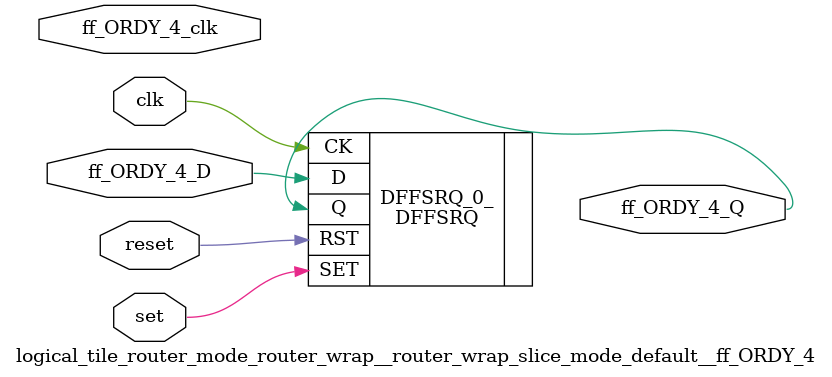
<source format=v>
`default_nettype none

module logical_tile_router_mode_router_wrap__router_wrap_slice_mode_default__ff_ORDY_4(set,
                                                                                       reset,
                                                                                       clk,
                                                                                       ff_ORDY_4_D,
                                                                                       ff_ORDY_4_Q,
                                                                                       ff_ORDY_4_clk);
//----- GLOBAL PORTS -----
input [0:0] set;
//----- GLOBAL PORTS -----
input [0:0] reset;
//----- GLOBAL PORTS -----
input [0:0] clk;
//----- INPUT PORTS -----
input [0:0] ff_ORDY_4_D;
//----- OUTPUT PORTS -----
output [0:0] ff_ORDY_4_Q;
//----- CLOCK PORTS -----
input [0:0] ff_ORDY_4_clk;

//----- BEGIN wire-connection ports -----
wire [0:0] ff_ORDY_4_D;
wire [0:0] ff_ORDY_4_Q;
wire [0:0] ff_ORDY_4_clk;
//----- END wire-connection ports -----


//----- BEGIN Registered ports -----
//----- END Registered ports -----



// ----- BEGIN Local short connections -----
// ----- END Local short connections -----
// ----- BEGIN Local output short connections -----
// ----- END Local output short connections -----

	DFFSRQ DFFSRQ_0_ (
		.SET(set),
		.RST(reset),
		.CK(clk),
		.D(ff_ORDY_4_D),
		.Q(ff_ORDY_4_Q));

endmodule
// ----- END Verilog module for logical_tile_router_mode_router_wrap__router_wrap_slice_mode_default__ff_ORDY_4 -----

//----- Default net type -----
`default_nettype wire




</source>
